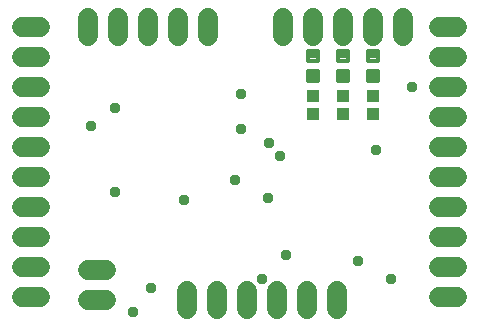
<source format=gbr>
G04 EAGLE Gerber X2 export*
%TF.Part,Single*%
%TF.FileFunction,Soldermask,Top,1*%
%TF.FilePolarity,Negative*%
%TF.GenerationSoftware,Autodesk,EAGLE,8.7.0*%
%TF.CreationDate,2021-03-05T05:17:05Z*%
G75*
%MOMM*%
%FSLAX34Y34*%
%LPD*%
%AMOC8*
5,1,8,0,0,1.08239X$1,22.5*%
G01*
%ADD10C,1.727200*%
%ADD11C,0.360959*%
%ADD12R,1.003200X1.003200*%
%ADD13C,0.959600*%


D10*
X381000Y266700D02*
X396240Y266700D01*
X396240Y241300D02*
X381000Y241300D01*
X381000Y215900D02*
X396240Y215900D01*
X396240Y190500D02*
X381000Y190500D01*
X381000Y165100D02*
X396240Y165100D01*
X396240Y139700D02*
X381000Y139700D01*
X381000Y114300D02*
X396240Y114300D01*
X396240Y88900D02*
X381000Y88900D01*
X381000Y63500D02*
X396240Y63500D01*
X396240Y38100D02*
X381000Y38100D01*
X43180Y38100D02*
X27940Y38100D01*
X27940Y63500D02*
X43180Y63500D01*
X43180Y88900D02*
X27940Y88900D01*
X27940Y114300D02*
X43180Y114300D01*
X43180Y139700D02*
X27940Y139700D01*
X27940Y165100D02*
X43180Y165100D01*
X43180Y190500D02*
X27940Y190500D01*
X27940Y215900D02*
X43180Y215900D01*
X43180Y241300D02*
X27940Y241300D01*
X27940Y266700D02*
X43180Y266700D01*
D11*
X320909Y229121D02*
X329331Y229121D01*
X329331Y220699D01*
X320909Y220699D01*
X320909Y229121D01*
X320909Y224308D02*
X329331Y224308D01*
X329331Y227917D02*
X320909Y227917D01*
X320909Y246661D02*
X329331Y246661D01*
X329331Y238239D01*
X320909Y238239D01*
X320909Y246661D01*
X320909Y241848D02*
X329331Y241848D01*
X329331Y245457D02*
X320909Y245457D01*
X278531Y229121D02*
X270109Y229121D01*
X278531Y229121D02*
X278531Y220699D01*
X270109Y220699D01*
X270109Y229121D01*
X270109Y224308D02*
X278531Y224308D01*
X278531Y227917D02*
X270109Y227917D01*
X270109Y246661D02*
X278531Y246661D01*
X278531Y238239D01*
X270109Y238239D01*
X270109Y246661D01*
X270109Y241848D02*
X278531Y241848D01*
X278531Y245457D02*
X270109Y245457D01*
X295509Y229121D02*
X303931Y229121D01*
X303931Y220699D01*
X295509Y220699D01*
X295509Y229121D01*
X295509Y224308D02*
X303931Y224308D01*
X303931Y227917D02*
X295509Y227917D01*
X295509Y246661D02*
X303931Y246661D01*
X303931Y238239D01*
X295509Y238239D01*
X295509Y246661D01*
X295509Y241848D02*
X303931Y241848D01*
X303931Y245457D02*
X295509Y245457D01*
D12*
X325120Y193040D03*
X325120Y208280D03*
X274320Y193040D03*
X274320Y208280D03*
X299720Y193040D03*
X299720Y208280D03*
D10*
X83820Y259080D02*
X83820Y274320D01*
X109220Y274320D02*
X109220Y259080D01*
X134620Y259080D02*
X134620Y274320D01*
X160020Y274320D02*
X160020Y259080D01*
X185420Y259080D02*
X185420Y274320D01*
X248920Y274320D02*
X248920Y259080D01*
X274320Y259080D02*
X274320Y274320D01*
X299720Y274320D02*
X299720Y259080D01*
X325120Y259080D02*
X325120Y274320D01*
X350520Y274320D02*
X350520Y259080D01*
X99060Y60960D02*
X83820Y60960D01*
X83820Y35560D02*
X99060Y35560D01*
X294640Y43180D02*
X294640Y27940D01*
X269240Y27940D02*
X269240Y43180D01*
X243840Y43180D02*
X243840Y27940D01*
X218440Y27940D02*
X218440Y43180D01*
X193040Y43180D02*
X193040Y27940D01*
X167640Y27940D02*
X167640Y43180D01*
D13*
X251460Y73660D03*
X86840Y183083D03*
X237180Y168430D03*
X358140Y215900D03*
X327660Y162560D03*
X121920Y25400D03*
X208280Y137160D03*
X165027Y120140D03*
X236220Y121920D03*
X106680Y127000D03*
X340360Y53340D03*
X312420Y68580D03*
X213360Y210162D03*
X106680Y198120D03*
X213360Y180340D03*
X246380Y157480D03*
X231365Y53565D03*
X137160Y45720D03*
M02*

</source>
